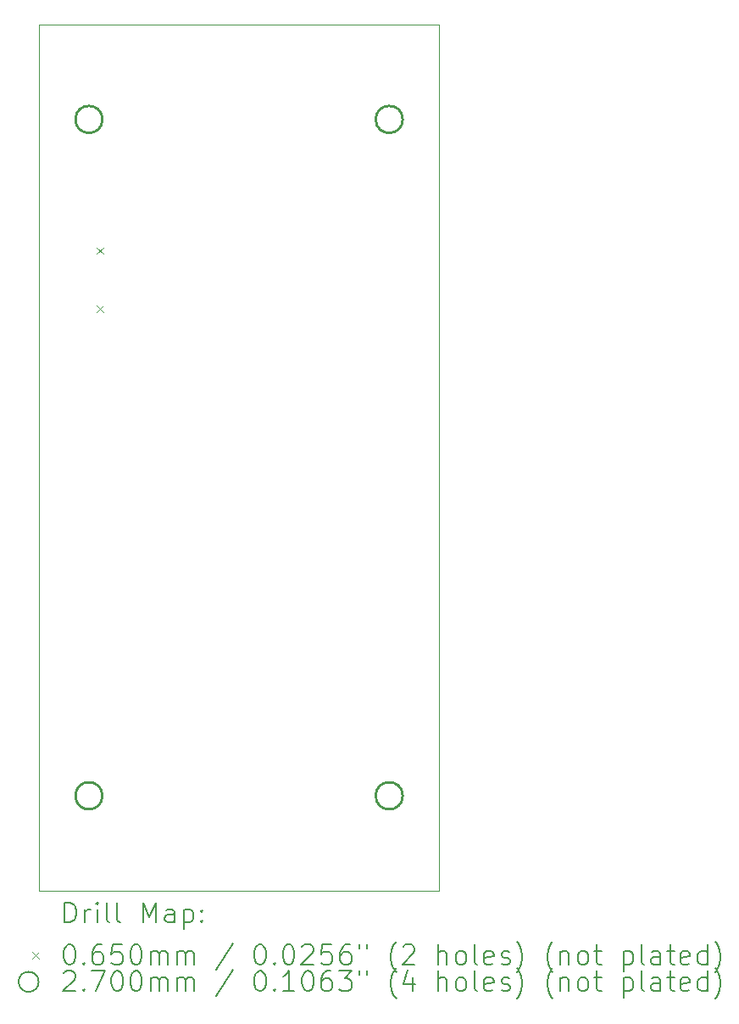
<source format=gbr>
%TF.GenerationSoftware,KiCad,Pcbnew,9.0.6*%
%TF.CreationDate,2026-01-30T19:38:50-05:00*%
%TF.ProjectId,flight controller,666c6967-6874-4206-936f-6e74726f6c6c,rev?*%
%TF.SameCoordinates,Original*%
%TF.FileFunction,Drillmap*%
%TF.FilePolarity,Positive*%
%FSLAX45Y45*%
G04 Gerber Fmt 4.5, Leading zero omitted, Abs format (unit mm)*
G04 Created by KiCad (PCBNEW 9.0.6) date 2026-01-30 19:38:50*
%MOMM*%
%LPD*%
G01*
G04 APERTURE LIST*
%ADD10C,0.050000*%
%ADD11C,0.200000*%
%ADD12C,0.100000*%
%ADD13C,0.270000*%
G04 APERTURE END LIST*
D10*
X13750000Y-5050000D02*
X17750000Y-5050000D01*
X17750000Y-13700000D01*
X13750000Y-13700000D01*
X13750000Y-5050000D01*
D11*
D12*
X14328000Y-7278500D02*
X14393000Y-7343500D01*
X14393000Y-7278500D02*
X14328000Y-7343500D01*
X14328000Y-7856500D02*
X14393000Y-7921500D01*
X14393000Y-7856500D02*
X14328000Y-7921500D01*
D13*
X14385000Y-6000000D02*
G75*
G02*
X14115000Y-6000000I-135000J0D01*
G01*
X14115000Y-6000000D02*
G75*
G02*
X14385000Y-6000000I135000J0D01*
G01*
X14385000Y-12750000D02*
G75*
G02*
X14115000Y-12750000I-135000J0D01*
G01*
X14115000Y-12750000D02*
G75*
G02*
X14385000Y-12750000I135000J0D01*
G01*
X17385000Y-6000000D02*
G75*
G02*
X17115000Y-6000000I-135000J0D01*
G01*
X17115000Y-6000000D02*
G75*
G02*
X17385000Y-6000000I135000J0D01*
G01*
X17385000Y-12750000D02*
G75*
G02*
X17115000Y-12750000I-135000J0D01*
G01*
X17115000Y-12750000D02*
G75*
G02*
X17385000Y-12750000I135000J0D01*
G01*
D11*
X14008277Y-14013984D02*
X14008277Y-13813984D01*
X14008277Y-13813984D02*
X14055896Y-13813984D01*
X14055896Y-13813984D02*
X14084467Y-13823508D01*
X14084467Y-13823508D02*
X14103515Y-13842555D01*
X14103515Y-13842555D02*
X14113039Y-13861603D01*
X14113039Y-13861603D02*
X14122562Y-13899698D01*
X14122562Y-13899698D02*
X14122562Y-13928269D01*
X14122562Y-13928269D02*
X14113039Y-13966365D01*
X14113039Y-13966365D02*
X14103515Y-13985412D01*
X14103515Y-13985412D02*
X14084467Y-14004460D01*
X14084467Y-14004460D02*
X14055896Y-14013984D01*
X14055896Y-14013984D02*
X14008277Y-14013984D01*
X14208277Y-14013984D02*
X14208277Y-13880650D01*
X14208277Y-13918746D02*
X14217801Y-13899698D01*
X14217801Y-13899698D02*
X14227324Y-13890174D01*
X14227324Y-13890174D02*
X14246372Y-13880650D01*
X14246372Y-13880650D02*
X14265420Y-13880650D01*
X14332086Y-14013984D02*
X14332086Y-13880650D01*
X14332086Y-13813984D02*
X14322562Y-13823508D01*
X14322562Y-13823508D02*
X14332086Y-13833031D01*
X14332086Y-13833031D02*
X14341610Y-13823508D01*
X14341610Y-13823508D02*
X14332086Y-13813984D01*
X14332086Y-13813984D02*
X14332086Y-13833031D01*
X14455896Y-14013984D02*
X14436848Y-14004460D01*
X14436848Y-14004460D02*
X14427324Y-13985412D01*
X14427324Y-13985412D02*
X14427324Y-13813984D01*
X14560658Y-14013984D02*
X14541610Y-14004460D01*
X14541610Y-14004460D02*
X14532086Y-13985412D01*
X14532086Y-13985412D02*
X14532086Y-13813984D01*
X14789229Y-14013984D02*
X14789229Y-13813984D01*
X14789229Y-13813984D02*
X14855896Y-13956841D01*
X14855896Y-13956841D02*
X14922562Y-13813984D01*
X14922562Y-13813984D02*
X14922562Y-14013984D01*
X15103515Y-14013984D02*
X15103515Y-13909222D01*
X15103515Y-13909222D02*
X15093991Y-13890174D01*
X15093991Y-13890174D02*
X15074943Y-13880650D01*
X15074943Y-13880650D02*
X15036848Y-13880650D01*
X15036848Y-13880650D02*
X15017801Y-13890174D01*
X15103515Y-14004460D02*
X15084467Y-14013984D01*
X15084467Y-14013984D02*
X15036848Y-14013984D01*
X15036848Y-14013984D02*
X15017801Y-14004460D01*
X15017801Y-14004460D02*
X15008277Y-13985412D01*
X15008277Y-13985412D02*
X15008277Y-13966365D01*
X15008277Y-13966365D02*
X15017801Y-13947317D01*
X15017801Y-13947317D02*
X15036848Y-13937793D01*
X15036848Y-13937793D02*
X15084467Y-13937793D01*
X15084467Y-13937793D02*
X15103515Y-13928269D01*
X15198753Y-13880650D02*
X15198753Y-14080650D01*
X15198753Y-13890174D02*
X15217801Y-13880650D01*
X15217801Y-13880650D02*
X15255896Y-13880650D01*
X15255896Y-13880650D02*
X15274943Y-13890174D01*
X15274943Y-13890174D02*
X15284467Y-13899698D01*
X15284467Y-13899698D02*
X15293991Y-13918746D01*
X15293991Y-13918746D02*
X15293991Y-13975888D01*
X15293991Y-13975888D02*
X15284467Y-13994936D01*
X15284467Y-13994936D02*
X15274943Y-14004460D01*
X15274943Y-14004460D02*
X15255896Y-14013984D01*
X15255896Y-14013984D02*
X15217801Y-14013984D01*
X15217801Y-14013984D02*
X15198753Y-14004460D01*
X15379705Y-13994936D02*
X15389229Y-14004460D01*
X15389229Y-14004460D02*
X15379705Y-14013984D01*
X15379705Y-14013984D02*
X15370182Y-14004460D01*
X15370182Y-14004460D02*
X15379705Y-13994936D01*
X15379705Y-13994936D02*
X15379705Y-14013984D01*
X15379705Y-13890174D02*
X15389229Y-13899698D01*
X15389229Y-13899698D02*
X15379705Y-13909222D01*
X15379705Y-13909222D02*
X15370182Y-13899698D01*
X15370182Y-13899698D02*
X15379705Y-13890174D01*
X15379705Y-13890174D02*
X15379705Y-13909222D01*
D12*
X13682500Y-14310000D02*
X13747500Y-14375000D01*
X13747500Y-14310000D02*
X13682500Y-14375000D01*
D11*
X14046372Y-14233984D02*
X14065420Y-14233984D01*
X14065420Y-14233984D02*
X14084467Y-14243508D01*
X14084467Y-14243508D02*
X14093991Y-14253031D01*
X14093991Y-14253031D02*
X14103515Y-14272079D01*
X14103515Y-14272079D02*
X14113039Y-14310174D01*
X14113039Y-14310174D02*
X14113039Y-14357793D01*
X14113039Y-14357793D02*
X14103515Y-14395888D01*
X14103515Y-14395888D02*
X14093991Y-14414936D01*
X14093991Y-14414936D02*
X14084467Y-14424460D01*
X14084467Y-14424460D02*
X14065420Y-14433984D01*
X14065420Y-14433984D02*
X14046372Y-14433984D01*
X14046372Y-14433984D02*
X14027324Y-14424460D01*
X14027324Y-14424460D02*
X14017801Y-14414936D01*
X14017801Y-14414936D02*
X14008277Y-14395888D01*
X14008277Y-14395888D02*
X13998753Y-14357793D01*
X13998753Y-14357793D02*
X13998753Y-14310174D01*
X13998753Y-14310174D02*
X14008277Y-14272079D01*
X14008277Y-14272079D02*
X14017801Y-14253031D01*
X14017801Y-14253031D02*
X14027324Y-14243508D01*
X14027324Y-14243508D02*
X14046372Y-14233984D01*
X14198753Y-14414936D02*
X14208277Y-14424460D01*
X14208277Y-14424460D02*
X14198753Y-14433984D01*
X14198753Y-14433984D02*
X14189229Y-14424460D01*
X14189229Y-14424460D02*
X14198753Y-14414936D01*
X14198753Y-14414936D02*
X14198753Y-14433984D01*
X14379705Y-14233984D02*
X14341610Y-14233984D01*
X14341610Y-14233984D02*
X14322562Y-14243508D01*
X14322562Y-14243508D02*
X14313039Y-14253031D01*
X14313039Y-14253031D02*
X14293991Y-14281603D01*
X14293991Y-14281603D02*
X14284467Y-14319698D01*
X14284467Y-14319698D02*
X14284467Y-14395888D01*
X14284467Y-14395888D02*
X14293991Y-14414936D01*
X14293991Y-14414936D02*
X14303515Y-14424460D01*
X14303515Y-14424460D02*
X14322562Y-14433984D01*
X14322562Y-14433984D02*
X14360658Y-14433984D01*
X14360658Y-14433984D02*
X14379705Y-14424460D01*
X14379705Y-14424460D02*
X14389229Y-14414936D01*
X14389229Y-14414936D02*
X14398753Y-14395888D01*
X14398753Y-14395888D02*
X14398753Y-14348269D01*
X14398753Y-14348269D02*
X14389229Y-14329222D01*
X14389229Y-14329222D02*
X14379705Y-14319698D01*
X14379705Y-14319698D02*
X14360658Y-14310174D01*
X14360658Y-14310174D02*
X14322562Y-14310174D01*
X14322562Y-14310174D02*
X14303515Y-14319698D01*
X14303515Y-14319698D02*
X14293991Y-14329222D01*
X14293991Y-14329222D02*
X14284467Y-14348269D01*
X14579705Y-14233984D02*
X14484467Y-14233984D01*
X14484467Y-14233984D02*
X14474943Y-14329222D01*
X14474943Y-14329222D02*
X14484467Y-14319698D01*
X14484467Y-14319698D02*
X14503515Y-14310174D01*
X14503515Y-14310174D02*
X14551134Y-14310174D01*
X14551134Y-14310174D02*
X14570182Y-14319698D01*
X14570182Y-14319698D02*
X14579705Y-14329222D01*
X14579705Y-14329222D02*
X14589229Y-14348269D01*
X14589229Y-14348269D02*
X14589229Y-14395888D01*
X14589229Y-14395888D02*
X14579705Y-14414936D01*
X14579705Y-14414936D02*
X14570182Y-14424460D01*
X14570182Y-14424460D02*
X14551134Y-14433984D01*
X14551134Y-14433984D02*
X14503515Y-14433984D01*
X14503515Y-14433984D02*
X14484467Y-14424460D01*
X14484467Y-14424460D02*
X14474943Y-14414936D01*
X14713039Y-14233984D02*
X14732086Y-14233984D01*
X14732086Y-14233984D02*
X14751134Y-14243508D01*
X14751134Y-14243508D02*
X14760658Y-14253031D01*
X14760658Y-14253031D02*
X14770182Y-14272079D01*
X14770182Y-14272079D02*
X14779705Y-14310174D01*
X14779705Y-14310174D02*
X14779705Y-14357793D01*
X14779705Y-14357793D02*
X14770182Y-14395888D01*
X14770182Y-14395888D02*
X14760658Y-14414936D01*
X14760658Y-14414936D02*
X14751134Y-14424460D01*
X14751134Y-14424460D02*
X14732086Y-14433984D01*
X14732086Y-14433984D02*
X14713039Y-14433984D01*
X14713039Y-14433984D02*
X14693991Y-14424460D01*
X14693991Y-14424460D02*
X14684467Y-14414936D01*
X14684467Y-14414936D02*
X14674943Y-14395888D01*
X14674943Y-14395888D02*
X14665420Y-14357793D01*
X14665420Y-14357793D02*
X14665420Y-14310174D01*
X14665420Y-14310174D02*
X14674943Y-14272079D01*
X14674943Y-14272079D02*
X14684467Y-14253031D01*
X14684467Y-14253031D02*
X14693991Y-14243508D01*
X14693991Y-14243508D02*
X14713039Y-14233984D01*
X14865420Y-14433984D02*
X14865420Y-14300650D01*
X14865420Y-14319698D02*
X14874943Y-14310174D01*
X14874943Y-14310174D02*
X14893991Y-14300650D01*
X14893991Y-14300650D02*
X14922563Y-14300650D01*
X14922563Y-14300650D02*
X14941610Y-14310174D01*
X14941610Y-14310174D02*
X14951134Y-14329222D01*
X14951134Y-14329222D02*
X14951134Y-14433984D01*
X14951134Y-14329222D02*
X14960658Y-14310174D01*
X14960658Y-14310174D02*
X14979705Y-14300650D01*
X14979705Y-14300650D02*
X15008277Y-14300650D01*
X15008277Y-14300650D02*
X15027324Y-14310174D01*
X15027324Y-14310174D02*
X15036848Y-14329222D01*
X15036848Y-14329222D02*
X15036848Y-14433984D01*
X15132086Y-14433984D02*
X15132086Y-14300650D01*
X15132086Y-14319698D02*
X15141610Y-14310174D01*
X15141610Y-14310174D02*
X15160658Y-14300650D01*
X15160658Y-14300650D02*
X15189229Y-14300650D01*
X15189229Y-14300650D02*
X15208277Y-14310174D01*
X15208277Y-14310174D02*
X15217801Y-14329222D01*
X15217801Y-14329222D02*
X15217801Y-14433984D01*
X15217801Y-14329222D02*
X15227324Y-14310174D01*
X15227324Y-14310174D02*
X15246372Y-14300650D01*
X15246372Y-14300650D02*
X15274943Y-14300650D01*
X15274943Y-14300650D02*
X15293991Y-14310174D01*
X15293991Y-14310174D02*
X15303515Y-14329222D01*
X15303515Y-14329222D02*
X15303515Y-14433984D01*
X15693991Y-14224460D02*
X15522563Y-14481603D01*
X15951134Y-14233984D02*
X15970182Y-14233984D01*
X15970182Y-14233984D02*
X15989229Y-14243508D01*
X15989229Y-14243508D02*
X15998753Y-14253031D01*
X15998753Y-14253031D02*
X16008277Y-14272079D01*
X16008277Y-14272079D02*
X16017801Y-14310174D01*
X16017801Y-14310174D02*
X16017801Y-14357793D01*
X16017801Y-14357793D02*
X16008277Y-14395888D01*
X16008277Y-14395888D02*
X15998753Y-14414936D01*
X15998753Y-14414936D02*
X15989229Y-14424460D01*
X15989229Y-14424460D02*
X15970182Y-14433984D01*
X15970182Y-14433984D02*
X15951134Y-14433984D01*
X15951134Y-14433984D02*
X15932086Y-14424460D01*
X15932086Y-14424460D02*
X15922563Y-14414936D01*
X15922563Y-14414936D02*
X15913039Y-14395888D01*
X15913039Y-14395888D02*
X15903515Y-14357793D01*
X15903515Y-14357793D02*
X15903515Y-14310174D01*
X15903515Y-14310174D02*
X15913039Y-14272079D01*
X15913039Y-14272079D02*
X15922563Y-14253031D01*
X15922563Y-14253031D02*
X15932086Y-14243508D01*
X15932086Y-14243508D02*
X15951134Y-14233984D01*
X16103515Y-14414936D02*
X16113039Y-14424460D01*
X16113039Y-14424460D02*
X16103515Y-14433984D01*
X16103515Y-14433984D02*
X16093991Y-14424460D01*
X16093991Y-14424460D02*
X16103515Y-14414936D01*
X16103515Y-14414936D02*
X16103515Y-14433984D01*
X16236848Y-14233984D02*
X16255896Y-14233984D01*
X16255896Y-14233984D02*
X16274944Y-14243508D01*
X16274944Y-14243508D02*
X16284467Y-14253031D01*
X16284467Y-14253031D02*
X16293991Y-14272079D01*
X16293991Y-14272079D02*
X16303515Y-14310174D01*
X16303515Y-14310174D02*
X16303515Y-14357793D01*
X16303515Y-14357793D02*
X16293991Y-14395888D01*
X16293991Y-14395888D02*
X16284467Y-14414936D01*
X16284467Y-14414936D02*
X16274944Y-14424460D01*
X16274944Y-14424460D02*
X16255896Y-14433984D01*
X16255896Y-14433984D02*
X16236848Y-14433984D01*
X16236848Y-14433984D02*
X16217801Y-14424460D01*
X16217801Y-14424460D02*
X16208277Y-14414936D01*
X16208277Y-14414936D02*
X16198753Y-14395888D01*
X16198753Y-14395888D02*
X16189229Y-14357793D01*
X16189229Y-14357793D02*
X16189229Y-14310174D01*
X16189229Y-14310174D02*
X16198753Y-14272079D01*
X16198753Y-14272079D02*
X16208277Y-14253031D01*
X16208277Y-14253031D02*
X16217801Y-14243508D01*
X16217801Y-14243508D02*
X16236848Y-14233984D01*
X16379706Y-14253031D02*
X16389229Y-14243508D01*
X16389229Y-14243508D02*
X16408277Y-14233984D01*
X16408277Y-14233984D02*
X16455896Y-14233984D01*
X16455896Y-14233984D02*
X16474944Y-14243508D01*
X16474944Y-14243508D02*
X16484467Y-14253031D01*
X16484467Y-14253031D02*
X16493991Y-14272079D01*
X16493991Y-14272079D02*
X16493991Y-14291127D01*
X16493991Y-14291127D02*
X16484467Y-14319698D01*
X16484467Y-14319698D02*
X16370182Y-14433984D01*
X16370182Y-14433984D02*
X16493991Y-14433984D01*
X16674944Y-14233984D02*
X16579706Y-14233984D01*
X16579706Y-14233984D02*
X16570182Y-14329222D01*
X16570182Y-14329222D02*
X16579706Y-14319698D01*
X16579706Y-14319698D02*
X16598753Y-14310174D01*
X16598753Y-14310174D02*
X16646372Y-14310174D01*
X16646372Y-14310174D02*
X16665420Y-14319698D01*
X16665420Y-14319698D02*
X16674944Y-14329222D01*
X16674944Y-14329222D02*
X16684467Y-14348269D01*
X16684467Y-14348269D02*
X16684467Y-14395888D01*
X16684467Y-14395888D02*
X16674944Y-14414936D01*
X16674944Y-14414936D02*
X16665420Y-14424460D01*
X16665420Y-14424460D02*
X16646372Y-14433984D01*
X16646372Y-14433984D02*
X16598753Y-14433984D01*
X16598753Y-14433984D02*
X16579706Y-14424460D01*
X16579706Y-14424460D02*
X16570182Y-14414936D01*
X16855896Y-14233984D02*
X16817801Y-14233984D01*
X16817801Y-14233984D02*
X16798753Y-14243508D01*
X16798753Y-14243508D02*
X16789229Y-14253031D01*
X16789229Y-14253031D02*
X16770182Y-14281603D01*
X16770182Y-14281603D02*
X16760658Y-14319698D01*
X16760658Y-14319698D02*
X16760658Y-14395888D01*
X16760658Y-14395888D02*
X16770182Y-14414936D01*
X16770182Y-14414936D02*
X16779706Y-14424460D01*
X16779706Y-14424460D02*
X16798753Y-14433984D01*
X16798753Y-14433984D02*
X16836849Y-14433984D01*
X16836849Y-14433984D02*
X16855896Y-14424460D01*
X16855896Y-14424460D02*
X16865420Y-14414936D01*
X16865420Y-14414936D02*
X16874944Y-14395888D01*
X16874944Y-14395888D02*
X16874944Y-14348269D01*
X16874944Y-14348269D02*
X16865420Y-14329222D01*
X16865420Y-14329222D02*
X16855896Y-14319698D01*
X16855896Y-14319698D02*
X16836849Y-14310174D01*
X16836849Y-14310174D02*
X16798753Y-14310174D01*
X16798753Y-14310174D02*
X16779706Y-14319698D01*
X16779706Y-14319698D02*
X16770182Y-14329222D01*
X16770182Y-14329222D02*
X16760658Y-14348269D01*
X16951134Y-14233984D02*
X16951134Y-14272079D01*
X17027325Y-14233984D02*
X17027325Y-14272079D01*
X17322563Y-14510174D02*
X17313039Y-14500650D01*
X17313039Y-14500650D02*
X17293991Y-14472079D01*
X17293991Y-14472079D02*
X17284468Y-14453031D01*
X17284468Y-14453031D02*
X17274944Y-14424460D01*
X17274944Y-14424460D02*
X17265420Y-14376841D01*
X17265420Y-14376841D02*
X17265420Y-14338746D01*
X17265420Y-14338746D02*
X17274944Y-14291127D01*
X17274944Y-14291127D02*
X17284468Y-14262555D01*
X17284468Y-14262555D02*
X17293991Y-14243508D01*
X17293991Y-14243508D02*
X17313039Y-14214936D01*
X17313039Y-14214936D02*
X17322563Y-14205412D01*
X17389230Y-14253031D02*
X17398753Y-14243508D01*
X17398753Y-14243508D02*
X17417801Y-14233984D01*
X17417801Y-14233984D02*
X17465420Y-14233984D01*
X17465420Y-14233984D02*
X17484468Y-14243508D01*
X17484468Y-14243508D02*
X17493991Y-14253031D01*
X17493991Y-14253031D02*
X17503515Y-14272079D01*
X17503515Y-14272079D02*
X17503515Y-14291127D01*
X17503515Y-14291127D02*
X17493991Y-14319698D01*
X17493991Y-14319698D02*
X17379706Y-14433984D01*
X17379706Y-14433984D02*
X17503515Y-14433984D01*
X17741611Y-14433984D02*
X17741611Y-14233984D01*
X17827325Y-14433984D02*
X17827325Y-14329222D01*
X17827325Y-14329222D02*
X17817801Y-14310174D01*
X17817801Y-14310174D02*
X17798753Y-14300650D01*
X17798753Y-14300650D02*
X17770182Y-14300650D01*
X17770182Y-14300650D02*
X17751134Y-14310174D01*
X17751134Y-14310174D02*
X17741611Y-14319698D01*
X17951134Y-14433984D02*
X17932087Y-14424460D01*
X17932087Y-14424460D02*
X17922563Y-14414936D01*
X17922563Y-14414936D02*
X17913039Y-14395888D01*
X17913039Y-14395888D02*
X17913039Y-14338746D01*
X17913039Y-14338746D02*
X17922563Y-14319698D01*
X17922563Y-14319698D02*
X17932087Y-14310174D01*
X17932087Y-14310174D02*
X17951134Y-14300650D01*
X17951134Y-14300650D02*
X17979706Y-14300650D01*
X17979706Y-14300650D02*
X17998753Y-14310174D01*
X17998753Y-14310174D02*
X18008277Y-14319698D01*
X18008277Y-14319698D02*
X18017801Y-14338746D01*
X18017801Y-14338746D02*
X18017801Y-14395888D01*
X18017801Y-14395888D02*
X18008277Y-14414936D01*
X18008277Y-14414936D02*
X17998753Y-14424460D01*
X17998753Y-14424460D02*
X17979706Y-14433984D01*
X17979706Y-14433984D02*
X17951134Y-14433984D01*
X18132087Y-14433984D02*
X18113039Y-14424460D01*
X18113039Y-14424460D02*
X18103515Y-14405412D01*
X18103515Y-14405412D02*
X18103515Y-14233984D01*
X18284468Y-14424460D02*
X18265420Y-14433984D01*
X18265420Y-14433984D02*
X18227325Y-14433984D01*
X18227325Y-14433984D02*
X18208277Y-14424460D01*
X18208277Y-14424460D02*
X18198753Y-14405412D01*
X18198753Y-14405412D02*
X18198753Y-14329222D01*
X18198753Y-14329222D02*
X18208277Y-14310174D01*
X18208277Y-14310174D02*
X18227325Y-14300650D01*
X18227325Y-14300650D02*
X18265420Y-14300650D01*
X18265420Y-14300650D02*
X18284468Y-14310174D01*
X18284468Y-14310174D02*
X18293992Y-14329222D01*
X18293992Y-14329222D02*
X18293992Y-14348269D01*
X18293992Y-14348269D02*
X18198753Y-14367317D01*
X18370182Y-14424460D02*
X18389230Y-14433984D01*
X18389230Y-14433984D02*
X18427325Y-14433984D01*
X18427325Y-14433984D02*
X18446373Y-14424460D01*
X18446373Y-14424460D02*
X18455896Y-14405412D01*
X18455896Y-14405412D02*
X18455896Y-14395888D01*
X18455896Y-14395888D02*
X18446373Y-14376841D01*
X18446373Y-14376841D02*
X18427325Y-14367317D01*
X18427325Y-14367317D02*
X18398753Y-14367317D01*
X18398753Y-14367317D02*
X18379706Y-14357793D01*
X18379706Y-14357793D02*
X18370182Y-14338746D01*
X18370182Y-14338746D02*
X18370182Y-14329222D01*
X18370182Y-14329222D02*
X18379706Y-14310174D01*
X18379706Y-14310174D02*
X18398753Y-14300650D01*
X18398753Y-14300650D02*
X18427325Y-14300650D01*
X18427325Y-14300650D02*
X18446373Y-14310174D01*
X18522563Y-14510174D02*
X18532087Y-14500650D01*
X18532087Y-14500650D02*
X18551134Y-14472079D01*
X18551134Y-14472079D02*
X18560658Y-14453031D01*
X18560658Y-14453031D02*
X18570182Y-14424460D01*
X18570182Y-14424460D02*
X18579706Y-14376841D01*
X18579706Y-14376841D02*
X18579706Y-14338746D01*
X18579706Y-14338746D02*
X18570182Y-14291127D01*
X18570182Y-14291127D02*
X18560658Y-14262555D01*
X18560658Y-14262555D02*
X18551134Y-14243508D01*
X18551134Y-14243508D02*
X18532087Y-14214936D01*
X18532087Y-14214936D02*
X18522563Y-14205412D01*
X18884468Y-14510174D02*
X18874944Y-14500650D01*
X18874944Y-14500650D02*
X18855896Y-14472079D01*
X18855896Y-14472079D02*
X18846373Y-14453031D01*
X18846373Y-14453031D02*
X18836849Y-14424460D01*
X18836849Y-14424460D02*
X18827325Y-14376841D01*
X18827325Y-14376841D02*
X18827325Y-14338746D01*
X18827325Y-14338746D02*
X18836849Y-14291127D01*
X18836849Y-14291127D02*
X18846373Y-14262555D01*
X18846373Y-14262555D02*
X18855896Y-14243508D01*
X18855896Y-14243508D02*
X18874944Y-14214936D01*
X18874944Y-14214936D02*
X18884468Y-14205412D01*
X18960658Y-14300650D02*
X18960658Y-14433984D01*
X18960658Y-14319698D02*
X18970182Y-14310174D01*
X18970182Y-14310174D02*
X18989230Y-14300650D01*
X18989230Y-14300650D02*
X19017801Y-14300650D01*
X19017801Y-14300650D02*
X19036849Y-14310174D01*
X19036849Y-14310174D02*
X19046373Y-14329222D01*
X19046373Y-14329222D02*
X19046373Y-14433984D01*
X19170182Y-14433984D02*
X19151134Y-14424460D01*
X19151134Y-14424460D02*
X19141611Y-14414936D01*
X19141611Y-14414936D02*
X19132087Y-14395888D01*
X19132087Y-14395888D02*
X19132087Y-14338746D01*
X19132087Y-14338746D02*
X19141611Y-14319698D01*
X19141611Y-14319698D02*
X19151134Y-14310174D01*
X19151134Y-14310174D02*
X19170182Y-14300650D01*
X19170182Y-14300650D02*
X19198754Y-14300650D01*
X19198754Y-14300650D02*
X19217801Y-14310174D01*
X19217801Y-14310174D02*
X19227325Y-14319698D01*
X19227325Y-14319698D02*
X19236849Y-14338746D01*
X19236849Y-14338746D02*
X19236849Y-14395888D01*
X19236849Y-14395888D02*
X19227325Y-14414936D01*
X19227325Y-14414936D02*
X19217801Y-14424460D01*
X19217801Y-14424460D02*
X19198754Y-14433984D01*
X19198754Y-14433984D02*
X19170182Y-14433984D01*
X19293992Y-14300650D02*
X19370182Y-14300650D01*
X19322563Y-14233984D02*
X19322563Y-14405412D01*
X19322563Y-14405412D02*
X19332087Y-14424460D01*
X19332087Y-14424460D02*
X19351134Y-14433984D01*
X19351134Y-14433984D02*
X19370182Y-14433984D01*
X19589230Y-14300650D02*
X19589230Y-14500650D01*
X19589230Y-14310174D02*
X19608277Y-14300650D01*
X19608277Y-14300650D02*
X19646373Y-14300650D01*
X19646373Y-14300650D02*
X19665420Y-14310174D01*
X19665420Y-14310174D02*
X19674944Y-14319698D01*
X19674944Y-14319698D02*
X19684468Y-14338746D01*
X19684468Y-14338746D02*
X19684468Y-14395888D01*
X19684468Y-14395888D02*
X19674944Y-14414936D01*
X19674944Y-14414936D02*
X19665420Y-14424460D01*
X19665420Y-14424460D02*
X19646373Y-14433984D01*
X19646373Y-14433984D02*
X19608277Y-14433984D01*
X19608277Y-14433984D02*
X19589230Y-14424460D01*
X19798754Y-14433984D02*
X19779706Y-14424460D01*
X19779706Y-14424460D02*
X19770182Y-14405412D01*
X19770182Y-14405412D02*
X19770182Y-14233984D01*
X19960658Y-14433984D02*
X19960658Y-14329222D01*
X19960658Y-14329222D02*
X19951135Y-14310174D01*
X19951135Y-14310174D02*
X19932087Y-14300650D01*
X19932087Y-14300650D02*
X19893992Y-14300650D01*
X19893992Y-14300650D02*
X19874944Y-14310174D01*
X19960658Y-14424460D02*
X19941611Y-14433984D01*
X19941611Y-14433984D02*
X19893992Y-14433984D01*
X19893992Y-14433984D02*
X19874944Y-14424460D01*
X19874944Y-14424460D02*
X19865420Y-14405412D01*
X19865420Y-14405412D02*
X19865420Y-14386365D01*
X19865420Y-14386365D02*
X19874944Y-14367317D01*
X19874944Y-14367317D02*
X19893992Y-14357793D01*
X19893992Y-14357793D02*
X19941611Y-14357793D01*
X19941611Y-14357793D02*
X19960658Y-14348269D01*
X20027325Y-14300650D02*
X20103515Y-14300650D01*
X20055896Y-14233984D02*
X20055896Y-14405412D01*
X20055896Y-14405412D02*
X20065420Y-14424460D01*
X20065420Y-14424460D02*
X20084468Y-14433984D01*
X20084468Y-14433984D02*
X20103515Y-14433984D01*
X20246373Y-14424460D02*
X20227325Y-14433984D01*
X20227325Y-14433984D02*
X20189230Y-14433984D01*
X20189230Y-14433984D02*
X20170182Y-14424460D01*
X20170182Y-14424460D02*
X20160658Y-14405412D01*
X20160658Y-14405412D02*
X20160658Y-14329222D01*
X20160658Y-14329222D02*
X20170182Y-14310174D01*
X20170182Y-14310174D02*
X20189230Y-14300650D01*
X20189230Y-14300650D02*
X20227325Y-14300650D01*
X20227325Y-14300650D02*
X20246373Y-14310174D01*
X20246373Y-14310174D02*
X20255896Y-14329222D01*
X20255896Y-14329222D02*
X20255896Y-14348269D01*
X20255896Y-14348269D02*
X20160658Y-14367317D01*
X20427325Y-14433984D02*
X20427325Y-14233984D01*
X20427325Y-14424460D02*
X20408277Y-14433984D01*
X20408277Y-14433984D02*
X20370182Y-14433984D01*
X20370182Y-14433984D02*
X20351135Y-14424460D01*
X20351135Y-14424460D02*
X20341611Y-14414936D01*
X20341611Y-14414936D02*
X20332087Y-14395888D01*
X20332087Y-14395888D02*
X20332087Y-14338746D01*
X20332087Y-14338746D02*
X20341611Y-14319698D01*
X20341611Y-14319698D02*
X20351135Y-14310174D01*
X20351135Y-14310174D02*
X20370182Y-14300650D01*
X20370182Y-14300650D02*
X20408277Y-14300650D01*
X20408277Y-14300650D02*
X20427325Y-14310174D01*
X20503516Y-14510174D02*
X20513039Y-14500650D01*
X20513039Y-14500650D02*
X20532087Y-14472079D01*
X20532087Y-14472079D02*
X20541611Y-14453031D01*
X20541611Y-14453031D02*
X20551135Y-14424460D01*
X20551135Y-14424460D02*
X20560658Y-14376841D01*
X20560658Y-14376841D02*
X20560658Y-14338746D01*
X20560658Y-14338746D02*
X20551135Y-14291127D01*
X20551135Y-14291127D02*
X20541611Y-14262555D01*
X20541611Y-14262555D02*
X20532087Y-14243508D01*
X20532087Y-14243508D02*
X20513039Y-14214936D01*
X20513039Y-14214936D02*
X20503516Y-14205412D01*
X13747500Y-14606500D02*
G75*
G02*
X13547500Y-14606500I-100000J0D01*
G01*
X13547500Y-14606500D02*
G75*
G02*
X13747500Y-14606500I100000J0D01*
G01*
X13998753Y-14517031D02*
X14008277Y-14507508D01*
X14008277Y-14507508D02*
X14027324Y-14497984D01*
X14027324Y-14497984D02*
X14074943Y-14497984D01*
X14074943Y-14497984D02*
X14093991Y-14507508D01*
X14093991Y-14507508D02*
X14103515Y-14517031D01*
X14103515Y-14517031D02*
X14113039Y-14536079D01*
X14113039Y-14536079D02*
X14113039Y-14555127D01*
X14113039Y-14555127D02*
X14103515Y-14583698D01*
X14103515Y-14583698D02*
X13989229Y-14697984D01*
X13989229Y-14697984D02*
X14113039Y-14697984D01*
X14198753Y-14678936D02*
X14208277Y-14688460D01*
X14208277Y-14688460D02*
X14198753Y-14697984D01*
X14198753Y-14697984D02*
X14189229Y-14688460D01*
X14189229Y-14688460D02*
X14198753Y-14678936D01*
X14198753Y-14678936D02*
X14198753Y-14697984D01*
X14274943Y-14497984D02*
X14408277Y-14497984D01*
X14408277Y-14497984D02*
X14322562Y-14697984D01*
X14522562Y-14497984D02*
X14541610Y-14497984D01*
X14541610Y-14497984D02*
X14560658Y-14507508D01*
X14560658Y-14507508D02*
X14570182Y-14517031D01*
X14570182Y-14517031D02*
X14579705Y-14536079D01*
X14579705Y-14536079D02*
X14589229Y-14574174D01*
X14589229Y-14574174D02*
X14589229Y-14621793D01*
X14589229Y-14621793D02*
X14579705Y-14659888D01*
X14579705Y-14659888D02*
X14570182Y-14678936D01*
X14570182Y-14678936D02*
X14560658Y-14688460D01*
X14560658Y-14688460D02*
X14541610Y-14697984D01*
X14541610Y-14697984D02*
X14522562Y-14697984D01*
X14522562Y-14697984D02*
X14503515Y-14688460D01*
X14503515Y-14688460D02*
X14493991Y-14678936D01*
X14493991Y-14678936D02*
X14484467Y-14659888D01*
X14484467Y-14659888D02*
X14474943Y-14621793D01*
X14474943Y-14621793D02*
X14474943Y-14574174D01*
X14474943Y-14574174D02*
X14484467Y-14536079D01*
X14484467Y-14536079D02*
X14493991Y-14517031D01*
X14493991Y-14517031D02*
X14503515Y-14507508D01*
X14503515Y-14507508D02*
X14522562Y-14497984D01*
X14713039Y-14497984D02*
X14732086Y-14497984D01*
X14732086Y-14497984D02*
X14751134Y-14507508D01*
X14751134Y-14507508D02*
X14760658Y-14517031D01*
X14760658Y-14517031D02*
X14770182Y-14536079D01*
X14770182Y-14536079D02*
X14779705Y-14574174D01*
X14779705Y-14574174D02*
X14779705Y-14621793D01*
X14779705Y-14621793D02*
X14770182Y-14659888D01*
X14770182Y-14659888D02*
X14760658Y-14678936D01*
X14760658Y-14678936D02*
X14751134Y-14688460D01*
X14751134Y-14688460D02*
X14732086Y-14697984D01*
X14732086Y-14697984D02*
X14713039Y-14697984D01*
X14713039Y-14697984D02*
X14693991Y-14688460D01*
X14693991Y-14688460D02*
X14684467Y-14678936D01*
X14684467Y-14678936D02*
X14674943Y-14659888D01*
X14674943Y-14659888D02*
X14665420Y-14621793D01*
X14665420Y-14621793D02*
X14665420Y-14574174D01*
X14665420Y-14574174D02*
X14674943Y-14536079D01*
X14674943Y-14536079D02*
X14684467Y-14517031D01*
X14684467Y-14517031D02*
X14693991Y-14507508D01*
X14693991Y-14507508D02*
X14713039Y-14497984D01*
X14865420Y-14697984D02*
X14865420Y-14564650D01*
X14865420Y-14583698D02*
X14874943Y-14574174D01*
X14874943Y-14574174D02*
X14893991Y-14564650D01*
X14893991Y-14564650D02*
X14922563Y-14564650D01*
X14922563Y-14564650D02*
X14941610Y-14574174D01*
X14941610Y-14574174D02*
X14951134Y-14593222D01*
X14951134Y-14593222D02*
X14951134Y-14697984D01*
X14951134Y-14593222D02*
X14960658Y-14574174D01*
X14960658Y-14574174D02*
X14979705Y-14564650D01*
X14979705Y-14564650D02*
X15008277Y-14564650D01*
X15008277Y-14564650D02*
X15027324Y-14574174D01*
X15027324Y-14574174D02*
X15036848Y-14593222D01*
X15036848Y-14593222D02*
X15036848Y-14697984D01*
X15132086Y-14697984D02*
X15132086Y-14564650D01*
X15132086Y-14583698D02*
X15141610Y-14574174D01*
X15141610Y-14574174D02*
X15160658Y-14564650D01*
X15160658Y-14564650D02*
X15189229Y-14564650D01*
X15189229Y-14564650D02*
X15208277Y-14574174D01*
X15208277Y-14574174D02*
X15217801Y-14593222D01*
X15217801Y-14593222D02*
X15217801Y-14697984D01*
X15217801Y-14593222D02*
X15227324Y-14574174D01*
X15227324Y-14574174D02*
X15246372Y-14564650D01*
X15246372Y-14564650D02*
X15274943Y-14564650D01*
X15274943Y-14564650D02*
X15293991Y-14574174D01*
X15293991Y-14574174D02*
X15303515Y-14593222D01*
X15303515Y-14593222D02*
X15303515Y-14697984D01*
X15693991Y-14488460D02*
X15522563Y-14745603D01*
X15951134Y-14497984D02*
X15970182Y-14497984D01*
X15970182Y-14497984D02*
X15989229Y-14507508D01*
X15989229Y-14507508D02*
X15998753Y-14517031D01*
X15998753Y-14517031D02*
X16008277Y-14536079D01*
X16008277Y-14536079D02*
X16017801Y-14574174D01*
X16017801Y-14574174D02*
X16017801Y-14621793D01*
X16017801Y-14621793D02*
X16008277Y-14659888D01*
X16008277Y-14659888D02*
X15998753Y-14678936D01*
X15998753Y-14678936D02*
X15989229Y-14688460D01*
X15989229Y-14688460D02*
X15970182Y-14697984D01*
X15970182Y-14697984D02*
X15951134Y-14697984D01*
X15951134Y-14697984D02*
X15932086Y-14688460D01*
X15932086Y-14688460D02*
X15922563Y-14678936D01*
X15922563Y-14678936D02*
X15913039Y-14659888D01*
X15913039Y-14659888D02*
X15903515Y-14621793D01*
X15903515Y-14621793D02*
X15903515Y-14574174D01*
X15903515Y-14574174D02*
X15913039Y-14536079D01*
X15913039Y-14536079D02*
X15922563Y-14517031D01*
X15922563Y-14517031D02*
X15932086Y-14507508D01*
X15932086Y-14507508D02*
X15951134Y-14497984D01*
X16103515Y-14678936D02*
X16113039Y-14688460D01*
X16113039Y-14688460D02*
X16103515Y-14697984D01*
X16103515Y-14697984D02*
X16093991Y-14688460D01*
X16093991Y-14688460D02*
X16103515Y-14678936D01*
X16103515Y-14678936D02*
X16103515Y-14697984D01*
X16303515Y-14697984D02*
X16189229Y-14697984D01*
X16246372Y-14697984D02*
X16246372Y-14497984D01*
X16246372Y-14497984D02*
X16227325Y-14526555D01*
X16227325Y-14526555D02*
X16208277Y-14545603D01*
X16208277Y-14545603D02*
X16189229Y-14555127D01*
X16427325Y-14497984D02*
X16446372Y-14497984D01*
X16446372Y-14497984D02*
X16465420Y-14507508D01*
X16465420Y-14507508D02*
X16474944Y-14517031D01*
X16474944Y-14517031D02*
X16484467Y-14536079D01*
X16484467Y-14536079D02*
X16493991Y-14574174D01*
X16493991Y-14574174D02*
X16493991Y-14621793D01*
X16493991Y-14621793D02*
X16484467Y-14659888D01*
X16484467Y-14659888D02*
X16474944Y-14678936D01*
X16474944Y-14678936D02*
X16465420Y-14688460D01*
X16465420Y-14688460D02*
X16446372Y-14697984D01*
X16446372Y-14697984D02*
X16427325Y-14697984D01*
X16427325Y-14697984D02*
X16408277Y-14688460D01*
X16408277Y-14688460D02*
X16398753Y-14678936D01*
X16398753Y-14678936D02*
X16389229Y-14659888D01*
X16389229Y-14659888D02*
X16379706Y-14621793D01*
X16379706Y-14621793D02*
X16379706Y-14574174D01*
X16379706Y-14574174D02*
X16389229Y-14536079D01*
X16389229Y-14536079D02*
X16398753Y-14517031D01*
X16398753Y-14517031D02*
X16408277Y-14507508D01*
X16408277Y-14507508D02*
X16427325Y-14497984D01*
X16665420Y-14497984D02*
X16627325Y-14497984D01*
X16627325Y-14497984D02*
X16608277Y-14507508D01*
X16608277Y-14507508D02*
X16598753Y-14517031D01*
X16598753Y-14517031D02*
X16579706Y-14545603D01*
X16579706Y-14545603D02*
X16570182Y-14583698D01*
X16570182Y-14583698D02*
X16570182Y-14659888D01*
X16570182Y-14659888D02*
X16579706Y-14678936D01*
X16579706Y-14678936D02*
X16589229Y-14688460D01*
X16589229Y-14688460D02*
X16608277Y-14697984D01*
X16608277Y-14697984D02*
X16646372Y-14697984D01*
X16646372Y-14697984D02*
X16665420Y-14688460D01*
X16665420Y-14688460D02*
X16674944Y-14678936D01*
X16674944Y-14678936D02*
X16684467Y-14659888D01*
X16684467Y-14659888D02*
X16684467Y-14612269D01*
X16684467Y-14612269D02*
X16674944Y-14593222D01*
X16674944Y-14593222D02*
X16665420Y-14583698D01*
X16665420Y-14583698D02*
X16646372Y-14574174D01*
X16646372Y-14574174D02*
X16608277Y-14574174D01*
X16608277Y-14574174D02*
X16589229Y-14583698D01*
X16589229Y-14583698D02*
X16579706Y-14593222D01*
X16579706Y-14593222D02*
X16570182Y-14612269D01*
X16751134Y-14497984D02*
X16874944Y-14497984D01*
X16874944Y-14497984D02*
X16808277Y-14574174D01*
X16808277Y-14574174D02*
X16836849Y-14574174D01*
X16836849Y-14574174D02*
X16855896Y-14583698D01*
X16855896Y-14583698D02*
X16865420Y-14593222D01*
X16865420Y-14593222D02*
X16874944Y-14612269D01*
X16874944Y-14612269D02*
X16874944Y-14659888D01*
X16874944Y-14659888D02*
X16865420Y-14678936D01*
X16865420Y-14678936D02*
X16855896Y-14688460D01*
X16855896Y-14688460D02*
X16836849Y-14697984D01*
X16836849Y-14697984D02*
X16779706Y-14697984D01*
X16779706Y-14697984D02*
X16760658Y-14688460D01*
X16760658Y-14688460D02*
X16751134Y-14678936D01*
X16951134Y-14497984D02*
X16951134Y-14536079D01*
X17027325Y-14497984D02*
X17027325Y-14536079D01*
X17322563Y-14774174D02*
X17313039Y-14764650D01*
X17313039Y-14764650D02*
X17293991Y-14736079D01*
X17293991Y-14736079D02*
X17284468Y-14717031D01*
X17284468Y-14717031D02*
X17274944Y-14688460D01*
X17274944Y-14688460D02*
X17265420Y-14640841D01*
X17265420Y-14640841D02*
X17265420Y-14602746D01*
X17265420Y-14602746D02*
X17274944Y-14555127D01*
X17274944Y-14555127D02*
X17284468Y-14526555D01*
X17284468Y-14526555D02*
X17293991Y-14507508D01*
X17293991Y-14507508D02*
X17313039Y-14478936D01*
X17313039Y-14478936D02*
X17322563Y-14469412D01*
X17484468Y-14564650D02*
X17484468Y-14697984D01*
X17436849Y-14488460D02*
X17389230Y-14631317D01*
X17389230Y-14631317D02*
X17513039Y-14631317D01*
X17741611Y-14697984D02*
X17741611Y-14497984D01*
X17827325Y-14697984D02*
X17827325Y-14593222D01*
X17827325Y-14593222D02*
X17817801Y-14574174D01*
X17817801Y-14574174D02*
X17798753Y-14564650D01*
X17798753Y-14564650D02*
X17770182Y-14564650D01*
X17770182Y-14564650D02*
X17751134Y-14574174D01*
X17751134Y-14574174D02*
X17741611Y-14583698D01*
X17951134Y-14697984D02*
X17932087Y-14688460D01*
X17932087Y-14688460D02*
X17922563Y-14678936D01*
X17922563Y-14678936D02*
X17913039Y-14659888D01*
X17913039Y-14659888D02*
X17913039Y-14602746D01*
X17913039Y-14602746D02*
X17922563Y-14583698D01*
X17922563Y-14583698D02*
X17932087Y-14574174D01*
X17932087Y-14574174D02*
X17951134Y-14564650D01*
X17951134Y-14564650D02*
X17979706Y-14564650D01*
X17979706Y-14564650D02*
X17998753Y-14574174D01*
X17998753Y-14574174D02*
X18008277Y-14583698D01*
X18008277Y-14583698D02*
X18017801Y-14602746D01*
X18017801Y-14602746D02*
X18017801Y-14659888D01*
X18017801Y-14659888D02*
X18008277Y-14678936D01*
X18008277Y-14678936D02*
X17998753Y-14688460D01*
X17998753Y-14688460D02*
X17979706Y-14697984D01*
X17979706Y-14697984D02*
X17951134Y-14697984D01*
X18132087Y-14697984D02*
X18113039Y-14688460D01*
X18113039Y-14688460D02*
X18103515Y-14669412D01*
X18103515Y-14669412D02*
X18103515Y-14497984D01*
X18284468Y-14688460D02*
X18265420Y-14697984D01*
X18265420Y-14697984D02*
X18227325Y-14697984D01*
X18227325Y-14697984D02*
X18208277Y-14688460D01*
X18208277Y-14688460D02*
X18198753Y-14669412D01*
X18198753Y-14669412D02*
X18198753Y-14593222D01*
X18198753Y-14593222D02*
X18208277Y-14574174D01*
X18208277Y-14574174D02*
X18227325Y-14564650D01*
X18227325Y-14564650D02*
X18265420Y-14564650D01*
X18265420Y-14564650D02*
X18284468Y-14574174D01*
X18284468Y-14574174D02*
X18293992Y-14593222D01*
X18293992Y-14593222D02*
X18293992Y-14612269D01*
X18293992Y-14612269D02*
X18198753Y-14631317D01*
X18370182Y-14688460D02*
X18389230Y-14697984D01*
X18389230Y-14697984D02*
X18427325Y-14697984D01*
X18427325Y-14697984D02*
X18446373Y-14688460D01*
X18446373Y-14688460D02*
X18455896Y-14669412D01*
X18455896Y-14669412D02*
X18455896Y-14659888D01*
X18455896Y-14659888D02*
X18446373Y-14640841D01*
X18446373Y-14640841D02*
X18427325Y-14631317D01*
X18427325Y-14631317D02*
X18398753Y-14631317D01*
X18398753Y-14631317D02*
X18379706Y-14621793D01*
X18379706Y-14621793D02*
X18370182Y-14602746D01*
X18370182Y-14602746D02*
X18370182Y-14593222D01*
X18370182Y-14593222D02*
X18379706Y-14574174D01*
X18379706Y-14574174D02*
X18398753Y-14564650D01*
X18398753Y-14564650D02*
X18427325Y-14564650D01*
X18427325Y-14564650D02*
X18446373Y-14574174D01*
X18522563Y-14774174D02*
X18532087Y-14764650D01*
X18532087Y-14764650D02*
X18551134Y-14736079D01*
X18551134Y-14736079D02*
X18560658Y-14717031D01*
X18560658Y-14717031D02*
X18570182Y-14688460D01*
X18570182Y-14688460D02*
X18579706Y-14640841D01*
X18579706Y-14640841D02*
X18579706Y-14602746D01*
X18579706Y-14602746D02*
X18570182Y-14555127D01*
X18570182Y-14555127D02*
X18560658Y-14526555D01*
X18560658Y-14526555D02*
X18551134Y-14507508D01*
X18551134Y-14507508D02*
X18532087Y-14478936D01*
X18532087Y-14478936D02*
X18522563Y-14469412D01*
X18884468Y-14774174D02*
X18874944Y-14764650D01*
X18874944Y-14764650D02*
X18855896Y-14736079D01*
X18855896Y-14736079D02*
X18846373Y-14717031D01*
X18846373Y-14717031D02*
X18836849Y-14688460D01*
X18836849Y-14688460D02*
X18827325Y-14640841D01*
X18827325Y-14640841D02*
X18827325Y-14602746D01*
X18827325Y-14602746D02*
X18836849Y-14555127D01*
X18836849Y-14555127D02*
X18846373Y-14526555D01*
X18846373Y-14526555D02*
X18855896Y-14507508D01*
X18855896Y-14507508D02*
X18874944Y-14478936D01*
X18874944Y-14478936D02*
X18884468Y-14469412D01*
X18960658Y-14564650D02*
X18960658Y-14697984D01*
X18960658Y-14583698D02*
X18970182Y-14574174D01*
X18970182Y-14574174D02*
X18989230Y-14564650D01*
X18989230Y-14564650D02*
X19017801Y-14564650D01*
X19017801Y-14564650D02*
X19036849Y-14574174D01*
X19036849Y-14574174D02*
X19046373Y-14593222D01*
X19046373Y-14593222D02*
X19046373Y-14697984D01*
X19170182Y-14697984D02*
X19151134Y-14688460D01*
X19151134Y-14688460D02*
X19141611Y-14678936D01*
X19141611Y-14678936D02*
X19132087Y-14659888D01*
X19132087Y-14659888D02*
X19132087Y-14602746D01*
X19132087Y-14602746D02*
X19141611Y-14583698D01*
X19141611Y-14583698D02*
X19151134Y-14574174D01*
X19151134Y-14574174D02*
X19170182Y-14564650D01*
X19170182Y-14564650D02*
X19198754Y-14564650D01*
X19198754Y-14564650D02*
X19217801Y-14574174D01*
X19217801Y-14574174D02*
X19227325Y-14583698D01*
X19227325Y-14583698D02*
X19236849Y-14602746D01*
X19236849Y-14602746D02*
X19236849Y-14659888D01*
X19236849Y-14659888D02*
X19227325Y-14678936D01*
X19227325Y-14678936D02*
X19217801Y-14688460D01*
X19217801Y-14688460D02*
X19198754Y-14697984D01*
X19198754Y-14697984D02*
X19170182Y-14697984D01*
X19293992Y-14564650D02*
X19370182Y-14564650D01*
X19322563Y-14497984D02*
X19322563Y-14669412D01*
X19322563Y-14669412D02*
X19332087Y-14688460D01*
X19332087Y-14688460D02*
X19351134Y-14697984D01*
X19351134Y-14697984D02*
X19370182Y-14697984D01*
X19589230Y-14564650D02*
X19589230Y-14764650D01*
X19589230Y-14574174D02*
X19608277Y-14564650D01*
X19608277Y-14564650D02*
X19646373Y-14564650D01*
X19646373Y-14564650D02*
X19665420Y-14574174D01*
X19665420Y-14574174D02*
X19674944Y-14583698D01*
X19674944Y-14583698D02*
X19684468Y-14602746D01*
X19684468Y-14602746D02*
X19684468Y-14659888D01*
X19684468Y-14659888D02*
X19674944Y-14678936D01*
X19674944Y-14678936D02*
X19665420Y-14688460D01*
X19665420Y-14688460D02*
X19646373Y-14697984D01*
X19646373Y-14697984D02*
X19608277Y-14697984D01*
X19608277Y-14697984D02*
X19589230Y-14688460D01*
X19798754Y-14697984D02*
X19779706Y-14688460D01*
X19779706Y-14688460D02*
X19770182Y-14669412D01*
X19770182Y-14669412D02*
X19770182Y-14497984D01*
X19960658Y-14697984D02*
X19960658Y-14593222D01*
X19960658Y-14593222D02*
X19951135Y-14574174D01*
X19951135Y-14574174D02*
X19932087Y-14564650D01*
X19932087Y-14564650D02*
X19893992Y-14564650D01*
X19893992Y-14564650D02*
X19874944Y-14574174D01*
X19960658Y-14688460D02*
X19941611Y-14697984D01*
X19941611Y-14697984D02*
X19893992Y-14697984D01*
X19893992Y-14697984D02*
X19874944Y-14688460D01*
X19874944Y-14688460D02*
X19865420Y-14669412D01*
X19865420Y-14669412D02*
X19865420Y-14650365D01*
X19865420Y-14650365D02*
X19874944Y-14631317D01*
X19874944Y-14631317D02*
X19893992Y-14621793D01*
X19893992Y-14621793D02*
X19941611Y-14621793D01*
X19941611Y-14621793D02*
X19960658Y-14612269D01*
X20027325Y-14564650D02*
X20103515Y-14564650D01*
X20055896Y-14497984D02*
X20055896Y-14669412D01*
X20055896Y-14669412D02*
X20065420Y-14688460D01*
X20065420Y-14688460D02*
X20084468Y-14697984D01*
X20084468Y-14697984D02*
X20103515Y-14697984D01*
X20246373Y-14688460D02*
X20227325Y-14697984D01*
X20227325Y-14697984D02*
X20189230Y-14697984D01*
X20189230Y-14697984D02*
X20170182Y-14688460D01*
X20170182Y-14688460D02*
X20160658Y-14669412D01*
X20160658Y-14669412D02*
X20160658Y-14593222D01*
X20160658Y-14593222D02*
X20170182Y-14574174D01*
X20170182Y-14574174D02*
X20189230Y-14564650D01*
X20189230Y-14564650D02*
X20227325Y-14564650D01*
X20227325Y-14564650D02*
X20246373Y-14574174D01*
X20246373Y-14574174D02*
X20255896Y-14593222D01*
X20255896Y-14593222D02*
X20255896Y-14612269D01*
X20255896Y-14612269D02*
X20160658Y-14631317D01*
X20427325Y-14697984D02*
X20427325Y-14497984D01*
X20427325Y-14688460D02*
X20408277Y-14697984D01*
X20408277Y-14697984D02*
X20370182Y-14697984D01*
X20370182Y-14697984D02*
X20351135Y-14688460D01*
X20351135Y-14688460D02*
X20341611Y-14678936D01*
X20341611Y-14678936D02*
X20332087Y-14659888D01*
X20332087Y-14659888D02*
X20332087Y-14602746D01*
X20332087Y-14602746D02*
X20341611Y-14583698D01*
X20341611Y-14583698D02*
X20351135Y-14574174D01*
X20351135Y-14574174D02*
X20370182Y-14564650D01*
X20370182Y-14564650D02*
X20408277Y-14564650D01*
X20408277Y-14564650D02*
X20427325Y-14574174D01*
X20503516Y-14774174D02*
X20513039Y-14764650D01*
X20513039Y-14764650D02*
X20532087Y-14736079D01*
X20532087Y-14736079D02*
X20541611Y-14717031D01*
X20541611Y-14717031D02*
X20551135Y-14688460D01*
X20551135Y-14688460D02*
X20560658Y-14640841D01*
X20560658Y-14640841D02*
X20560658Y-14602746D01*
X20560658Y-14602746D02*
X20551135Y-14555127D01*
X20551135Y-14555127D02*
X20541611Y-14526555D01*
X20541611Y-14526555D02*
X20532087Y-14507508D01*
X20532087Y-14507508D02*
X20513039Y-14478936D01*
X20513039Y-14478936D02*
X20503516Y-14469412D01*
M02*

</source>
